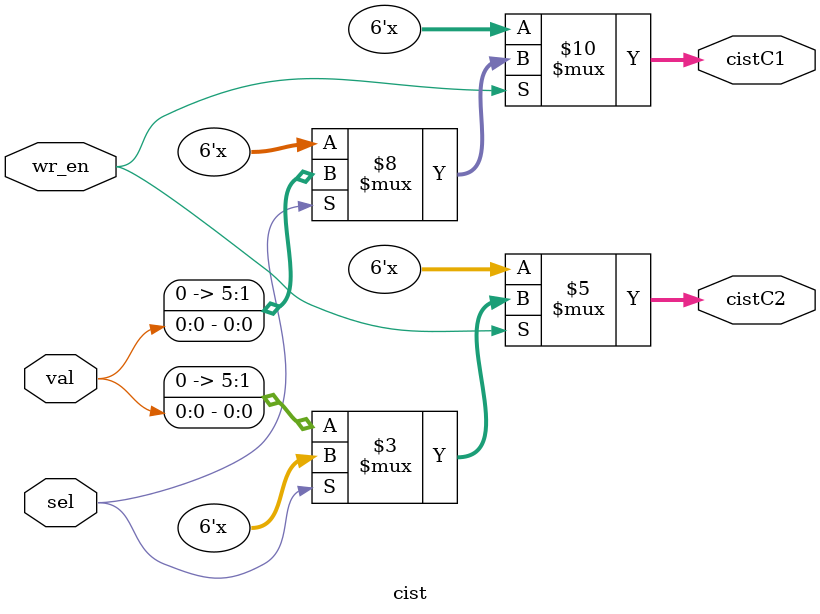
<source format=v>
module cist(
	input wr_en,
	input sel,
	input val,
	output reg [5:0] cistC1,
	output reg [5:0] cistC2);

	always @(*) begin
		if(wr_en)
			if(sel)
				cistC1 <= val;
			else
				cistC2 <= val;
	end 

endmodule
</source>
